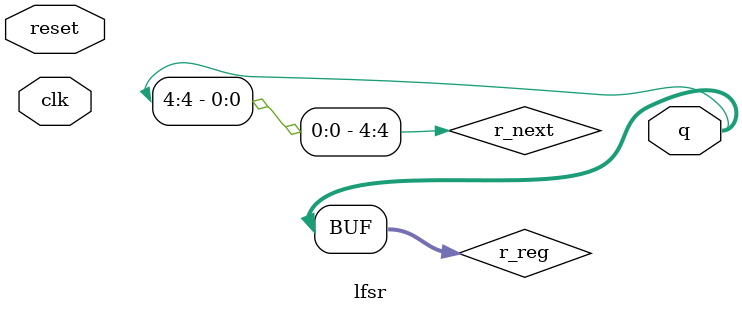
<source format=v>
module lfsr( 
    input clk,
    input reset,
    output [4:0] q
); 
reg [4:0] r_reg;
wire [4:0] r_next;
wire feedback_value;
// on reset set the value of r_reg to 1
// otherwise assign r_next to r_reg
// assign the xor of bit positions 2 and 4 of r_reg to feedback_value
// assign feedback value concatenated with 4 MSBs of r_reg to r_next
// assign r_reg to the output q
assign feedback_value = q[2] ^ q[4];
assign r_next = {r_reg[4], r_reg[3:0] ^ feedback_value};
assign q = r_reg;
always @ (posedge clk) begin
	if (reset) begin
// assign r_reg to 1 when reset is high
// otherwise assign r_reg to r_next
	end
end
endmodule

</source>
